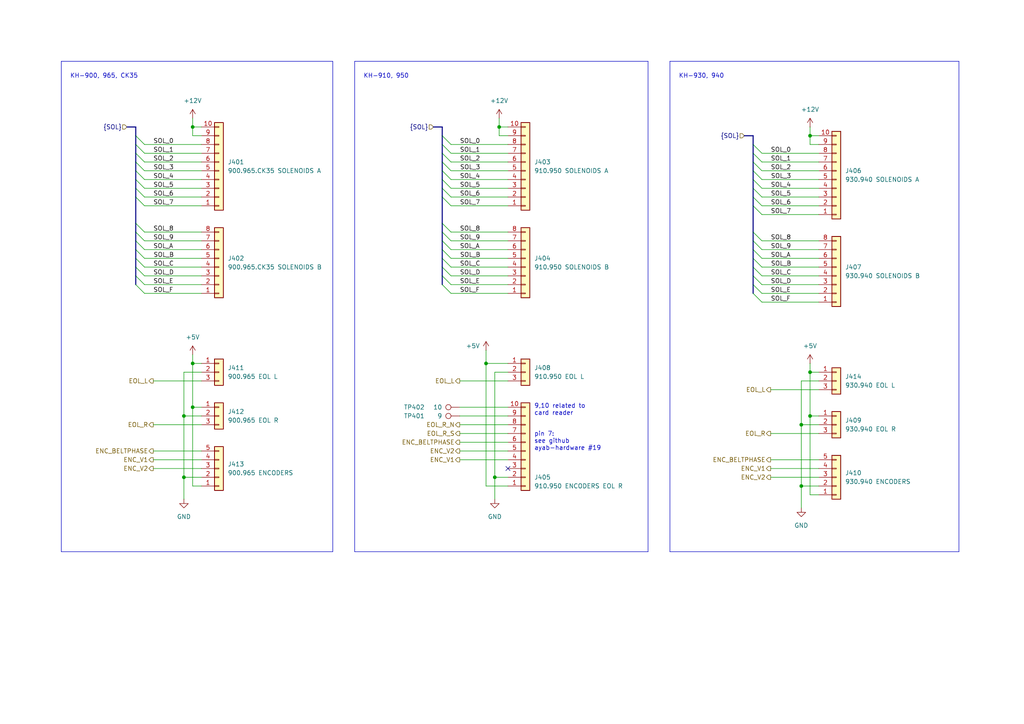
<source format=kicad_sch>
(kicad_sch (version 20250114) (generator "eeschema") (generator_version "9.0")
  (paper "A4")
  (title_block (title "CONNECTORS") (date "2023-07-17") (rev "0.1") (company "matei") (comment 1 "ayab-knitting.com") (comment 2 "distributed under CC-BY-SA-4.0"))
  (lib_symbols
    (symbol "ayab-lib:Conn_01x03" (pin_names (offset 1.016) (hide yes))
      (property "Reference" "J" (at 0 5.08 0))
      (property "Value" "Conn_01x03" (at 0 -5.08 0))
      (symbol "Conn_01x03_1_1"
        (rectangle (start -1.27 3.81) (end 1.27 -3.81) (stroke (width 0.254)) (fill (type background)))
        (rectangle (start -1.27 2.667) (end 0 2.413) (stroke (width 0.1524)))
        (rectangle (start -1.27 0.127) (end 0 -0.127) (stroke (width 0.1524)))
        (rectangle (start -1.27 -2.413) (end 0 -2.667) (stroke (width 0.1524)))
        (pin passive line (at -5.08 2.54 0) (length 3.81) (name "Pin_1") (number "1"))
        (pin passive line (at -5.08 0 0) (length 3.81) (name "Pin_2") (number "2"))
        (pin passive line (at -5.08 -2.54 0) (length 3.81) (name "Pin_3") (number "3"))
      )
    )
    (symbol "ayab-lib:Conn_01x05" (pin_names (offset 1.016) (hide yes))
      (property "Reference" "J" (at 0 7.62 0))
      (property "Value" "Conn_01x05" (at 0 -7.62 0))
      (symbol "Conn_01x05_1_1"
        (rectangle (start -1.27 6.35) (end 1.27 -6.35) (stroke (width 0.254)) (fill (type background)))
        (rectangle (start -1.27 5.207) (end 0 4.953) (stroke (width 0.1524)))
        (rectangle (start -1.27 2.667) (end 0 2.413) (stroke (width 0.1524)))
        (rectangle (start -1.27 0.127) (end 0 -0.127) (stroke (width 0.1524)))
        (rectangle (start -1.27 -2.413) (end 0 -2.667) (stroke (width 0.1524)))
        (rectangle (start -1.27 -4.953) (end 0 -5.207) (stroke (width 0.1524)))
        (pin passive line (at -5.08 5.08 0) (length 3.81) (name "Pin_1") (number "1"))
        (pin passive line (at -5.08 2.54 0) (length 3.81) (name "Pin_2") (number "2"))
        (pin passive line (at -5.08 0 0) (length 3.81) (name "Pin_3") (number "3"))
        (pin passive line (at -5.08 -2.54 0) (length 3.81) (name "Pin_4") (number "4"))
        (pin passive line (at -5.08 -5.08 0) (length 3.81) (name "Pin_5") (number "5"))
      )
    )
    (symbol "ayab-lib:Conn_01x08" (pin_names (offset 1.016) (hide yes))
      (property "Reference" "J" (at 0 10.16 0))
      (property "Value" "Conn_01x08" (at 0 -12.7 0))
      (symbol "Conn_01x08_1_1"
        (rectangle (start -1.27 8.89) (end 1.27 -11.43) (stroke (width 0.254)) (fill (type background)))
        (rectangle (start -1.27 7.747) (end 0 7.493) (stroke (width 0.1524)))
        (rectangle (start -1.27 5.207) (end 0 4.953) (stroke (width 0.1524)))
        (rectangle (start -1.27 2.667) (end 0 2.413) (stroke (width 0.1524)))
        (rectangle (start -1.27 0.127) (end 0 -0.127) (stroke (width 0.1524)))
        (rectangle (start -1.27 -2.413) (end 0 -2.667) (stroke (width 0.1524)))
        (rectangle (start -1.27 -4.953) (end 0 -5.207) (stroke (width 0.1524)))
        (rectangle (start -1.27 -7.493) (end 0 -7.747) (stroke (width 0.1524)))
        (rectangle (start -1.27 -10.033) (end 0 -10.287) (stroke (width 0.1524)))
        (pin passive line (at -5.08 7.62 0) (length 3.81) (name "Pin_1") (number "1"))
        (pin passive line (at -5.08 5.08 0) (length 3.81) (name "Pin_2") (number "2"))
        (pin passive line (at -5.08 2.54 0) (length 3.81) (name "Pin_3") (number "3"))
        (pin passive line (at -5.08 0 0) (length 3.81) (name "Pin_4") (number "4"))
        (pin passive line (at -5.08 -2.54 0) (length 3.81) (name "Pin_5") (number "5"))
        (pin passive line (at -5.08 -5.08 0) (length 3.81) (name "Pin_6") (number "6"))
        (pin passive line (at -5.08 -7.62 0) (length 3.81) (name "Pin_7") (number "7"))
        (pin passive line (at -5.08 -10.16 0) (length 3.81) (name "Pin_8") (number "8"))
      )
    )
    (symbol "ayab-lib:Conn_01x10" (pin_names (offset 1.016) (hide yes))
      (property "Reference" "J" (at 0 12.7 0))
      (property "Value" "Conn_01x10" (at 0 -15.24 0))
      (symbol "Conn_01x10_1_1"
        (rectangle (start -1.27 11.43) (end 1.27 -13.97) (stroke (width 0.254)) (fill (type background)))
        (rectangle (start -1.27 10.287) (end 0 10.033) (stroke (width 0.1524)))
        (rectangle (start -1.27 7.747) (end 0 7.493) (stroke (width 0.1524)))
        (rectangle (start -1.27 5.207) (end 0 4.953) (stroke (width 0.1524)))
        (rectangle (start -1.27 2.667) (end 0 2.413) (stroke (width 0.1524)))
        (rectangle (start -1.27 0.127) (end 0 -0.127) (stroke (width 0.1524)))
        (rectangle (start -1.27 -2.413) (end 0 -2.667) (stroke (width 0.1524)))
        (rectangle (start -1.27 -4.953) (end 0 -5.207) (stroke (width 0.1524)))
        (rectangle (start -1.27 -7.493) (end 0 -7.747) (stroke (width 0.1524)))
        (rectangle (start -1.27 -10.033) (end 0 -10.287) (stroke (width 0.1524)))
        (rectangle (start -1.27 -12.573) (end 0 -12.827) (stroke (width 0.1524)))
        (pin passive line (at -5.08 10.16 0) (length 3.81) (name "Pin_1") (number "1"))
        (pin passive line (at -5.08 7.62 0) (length 3.81) (name "Pin_2") (number "2"))
        (pin passive line (at -5.08 5.08 0) (length 3.81) (name "Pin_3") (number "3"))
        (pin passive line (at -5.08 2.54 0) (length 3.81) (name "Pin_4") (number "4"))
        (pin passive line (at -5.08 0 0) (length 3.81) (name "Pin_5") (number "5"))
        (pin passive line (at -5.08 -2.54 0) (length 3.81) (name "Pin_6") (number "6"))
        (pin passive line (at -5.08 -5.08 0) (length 3.81) (name "Pin_7") (number "7"))
        (pin passive line (at -5.08 -7.62 0) (length 3.81) (name "Pin_8") (number "8"))
        (pin passive line (at -5.08 -10.16 0) (length 3.81) (name "Pin_9") (number "9"))
        (pin passive line (at -5.08 -12.7 0) (length 3.81) (name "Pin_10") (number "10"))
      )
    )
    (symbol "ayab-lib:TestPoint" (pin_numbers (hide yes)) (pin_names (offset 0.762) (hide yes))
      (property "Reference" "TP" (at 0 6.858 0))
      (property "Value" "TestPoint" (at 0 5.08 0))
      (symbol "TestPoint_0_1"
        (circle (center 0 3.302) (radius 0.762))
      )
      (symbol "TestPoint_1_1"
        (pin passive line (at 0 0 90) (length 2.54) (name "1") (number "1"))
      )
    )
    (symbol "power:+12V" (power) (pin_numbers (hide yes)) (pin_names (offset 0) (hide yes))
      (property "Value" "+12V" (at 0 3.556 0))
      (symbol "+12V_0_1"
        (polyline (pts (xy -0.762 1.27) (xy 0 2.54)))
        (polyline (pts (xy 0 2.54) (xy 0.762 1.27)))
        (polyline (pts (xy 0 0) (xy 0 2.54)))
      )
      (symbol "+12V_1_1"
        (pin power_in line (at 0 0 90) (length 0) (name "~") (number "1"))
      )
    )
    (symbol "power:+5V" (power) (pin_numbers (hide yes)) (pin_names (offset 0) (hide yes))
      (property "Value" "+5V" (at 0 3.556 0))
      (symbol "+5V_0_1"
        (polyline (pts (xy -0.762 1.27) (xy 0 2.54)))
        (polyline (pts (xy 0 2.54) (xy 0.762 1.27)))
        (polyline (pts (xy 0 0) (xy 0 2.54)))
      )
      (symbol "+5V_1_1"
        (pin power_in line (at 0 0 90) (length 0) (name "~") (number "1"))
      )
    )
    (symbol "power:GND" (power) (pin_numbers (hide yes)) (pin_names (offset 0) (hide yes))
      (property "Value" "GND" (at 0 -3.81 0))
      (symbol "GND_0_1"
        (polyline (pts (xy 0 0) (xy 0 -1.27) (xy 1.27 -1.27) (xy 0 -2.54) (xy -1.27 -1.27) (xy 0 -1.27)))
      )
      (symbol "GND_1_1"
        (pin power_in line (at 0 0 270) (length 0) (name "~") (number "1"))
      )
    )
  )
  (text "KH-910, 950" (at 105.41 22.86 0) (effects (font (size 1.27 1.27)) (justify left bottom)))
  (text "9,10 related to\ncard reader " (at 154.94 120.65 0) (effects (font (size 1.27 1.27)) (justify left bottom)))
  (text "KH-930, 940" (at 196.85 22.86 0) (effects (font (size 1.27 1.27)) (justify left bottom)))
  (text "pin 7:\nsee github\nayab-hardware #19" (at 154.94 130.81 0) (effects (font (size 1.27 1.27)) (justify left bottom)))
  (text "KH-900, 965, CK35\n" (at 20.32 22.86 0) (effects (font (size 1.27 1.27)) (justify left bottom)))
  (junction (at 234.95 107.95))
  (junction (at 140.97 105.41))
  (junction (at 55.88 105.41))
  (junction (at 143.51 138.43))
  (junction (at 232.41 123.19))
  (junction (at 234.95 120.65))
  (junction (at 53.34 120.65))
  (junction (at 55.88 118.11))
  (junction (at 234.95 39.37))
  (junction (at 53.34 138.43))
  (junction (at 144.78 36.83))
  (junction (at 55.88 36.83))
  (junction (at 232.41 140.97))
  (no_connect (at 147.32 135.89))
  (bus_entry (at 218.44 46.99) (size 2.54 2.54))
  (bus_entry (at 39.37 46.99) (size 2.54 2.54))
  (bus_entry (at 218.44 41.91) (size 2.54 2.54))
  (bus_entry (at 128.27 77.47) (size 2.54 2.54))
  (bus_entry (at 128.27 72.39) (size 2.54 2.54))
  (bus_entry (at 218.44 57.15) (size 2.54 2.54))
  (bus_entry (at 218.44 82.55) (size 2.54 2.54))
  (bus_entry (at 128.27 52.07) (size 2.54 2.54))
  (bus_entry (at 128.27 49.53) (size 2.54 2.54))
  (bus_entry (at 39.37 74.93) (size 2.54 2.54))
  (bus_entry (at 128.27 39.37) (size 2.54 2.54))
  (bus_entry (at 128.27 82.55) (size 2.54 2.54))
  (bus_entry (at 128.27 54.61) (size 2.54 2.54))
  (bus_entry (at 39.37 54.61) (size 2.54 2.54))
  (bus_entry (at 39.37 44.45) (size 2.54 2.54))
  (bus_entry (at 39.37 80.01) (size 2.54 2.54))
  (bus_entry (at 128.27 69.85) (size 2.54 2.54))
  (bus_entry (at 218.44 72.39) (size 2.54 2.54))
  (bus_entry (at 218.44 59.69) (size 2.54 2.54))
  (bus_entry (at 39.37 49.53) (size 2.54 2.54))
  (bus_entry (at 39.37 41.91) (size 2.54 2.54))
  (bus_entry (at 39.37 72.39) (size 2.54 2.54))
  (bus_entry (at 39.37 57.15) (size 2.54 2.54))
  (bus_entry (at 128.27 74.93) (size 2.54 2.54))
  (bus_entry (at 128.27 80.01) (size 2.54 2.54))
  (bus_entry (at 128.27 46.99) (size 2.54 2.54))
  (bus_entry (at 218.44 85.09) (size 2.54 2.54))
  (bus_entry (at 39.37 64.77) (size 2.54 2.54))
  (bus_entry (at 39.37 52.07) (size 2.54 2.54))
  (bus_entry (at 39.37 77.47) (size 2.54 2.54))
  (bus_entry (at 218.44 52.07) (size 2.54 2.54))
  (bus_entry (at 218.44 67.31) (size 2.54 2.54))
  (bus_entry (at 218.44 54.61) (size 2.54 2.54))
  (bus_entry (at 128.27 41.91) (size 2.54 2.54))
  (bus_entry (at 218.44 77.47) (size 2.54 2.54))
  (bus_entry (at 128.27 44.45) (size 2.54 2.54))
  (bus_entry (at 218.44 44.45) (size 2.54 2.54))
  (bus_entry (at 39.37 39.37) (size 2.54 2.54))
  (bus_entry (at 128.27 64.77) (size 2.54 2.54))
  (bus_entry (at 39.37 69.85) (size 2.54 2.54))
  (bus_entry (at 218.44 49.53) (size 2.54 2.54))
  (bus_entry (at 128.27 67.31) (size 2.54 2.54))
  (bus_entry (at 218.44 69.85) (size 2.54 2.54))
  (bus_entry (at 218.44 74.93) (size 2.54 2.54))
  (bus_entry (at 39.37 82.55) (size 2.54 2.54))
  (bus_entry (at 128.27 57.15) (size 2.54 2.54))
  (bus_entry (at 218.44 80.01) (size 2.54 2.54))
  (bus_entry (at 39.37 67.31) (size 2.54 2.54))
  (wire (pts (xy 133.35 128.27) (xy 147.32 128.27)))
  (wire (pts (xy 130.81 44.45) (xy 147.32 44.45)))
  (wire (pts (xy 234.95 107.95) (xy 234.95 120.65)))
  (bus (pts (xy 218.44 82.55) (xy 218.44 85.09)))
  (wire (pts (xy 143.51 138.43) (xy 147.32 138.43)))
  (wire (pts (xy 133.35 130.81) (xy 147.32 130.81)))
  (wire (pts (xy 234.95 107.95) (xy 237.49 107.95)))
  (wire (pts (xy 143.51 138.43) (xy 143.51 144.78)))
  (polyline (pts (xy 17.78 17.78) (xy 17.78 160.02)))
  (wire (pts (xy 144.78 36.83) (xy 144.78 39.37)))
  (wire (pts (xy 55.88 105.41) (xy 55.88 118.11)))
  (wire (pts (xy 55.88 39.37) (xy 58.42 39.37)))
  (bus (pts (xy 39.37 36.83) (xy 36.83 36.83)))
  (wire (pts (xy 130.81 57.15) (xy 147.32 57.15)))
  (bus (pts (xy 39.37 39.37) (xy 39.37 41.91)))
  (wire (pts (xy 130.81 41.91) (xy 147.32 41.91)))
  (wire (pts (xy 130.81 59.69) (xy 147.32 59.69)))
  (wire (pts (xy 41.91 44.45) (xy 58.42 44.45)))
  (bus (pts (xy 128.27 80.01) (xy 128.27 82.55)))
  (wire (pts (xy 130.81 46.99) (xy 147.32 46.99)))
  (wire (pts (xy 130.81 74.93) (xy 147.32 74.93)))
  (bus (pts (xy 218.44 39.37) (xy 218.44 41.91)))
  (wire (pts (xy 220.98 49.53) (xy 237.49 49.53)))
  (bus (pts (xy 128.27 77.47) (xy 128.27 80.01)))
  (bus (pts (xy 39.37 36.83) (xy 39.37 39.37)))
  (polyline (pts (xy 96.52 160.02) (xy 96.52 17.78)))
  (wire (pts (xy 41.91 41.91) (xy 58.42 41.91)))
  (bus (pts (xy 39.37 64.77) (xy 39.37 67.31)))
  (wire (pts (xy 232.41 110.49) (xy 232.41 123.19)))
  (bus (pts (xy 218.44 69.85) (xy 218.44 72.39)))
  (wire (pts (xy 44.45 123.19) (xy 58.42 123.19)))
  (bus (pts (xy 39.37 41.91) (xy 39.37 44.45)))
  (bus (pts (xy 128.27 46.99) (xy 128.27 49.53)))
  (wire (pts (xy 234.95 39.37) (xy 234.95 41.91)))
  (wire (pts (xy 220.98 52.07) (xy 237.49 52.07)))
  (wire (pts (xy 147.32 107.95) (xy 143.51 107.95)))
  (bus (pts (xy 218.44 39.37) (xy 215.9 39.37)))
  (wire (pts (xy 41.91 46.99) (xy 58.42 46.99)))
  (wire (pts (xy 41.91 49.53) (xy 58.42 49.53)))
  (wire (pts (xy 234.95 36.83) (xy 234.95 39.37)))
  (wire (pts (xy 220.98 80.01) (xy 237.49 80.01)))
  (wire (pts (xy 55.88 36.83) (xy 58.42 36.83)))
  (wire (pts (xy 237.49 110.49) (xy 232.41 110.49)))
  (wire (pts (xy 220.98 82.55) (xy 237.49 82.55)))
  (wire (pts (xy 41.91 67.31) (xy 58.42 67.31)))
  (wire (pts (xy 44.45 110.49) (xy 58.42 110.49)))
  (bus (pts (xy 218.44 46.99) (xy 218.44 49.53)))
  (polyline (pts (xy 187.96 160.02) (xy 187.96 17.78)))
  (wire (pts (xy 58.42 107.95) (xy 53.34 107.95)))
  (wire (pts (xy 53.34 120.65) (xy 53.34 138.43)))
  (bus (pts (xy 39.37 69.85) (xy 39.37 72.39)))
  (wire (pts (xy 130.81 85.09) (xy 147.32 85.09)))
  (wire (pts (xy 220.98 69.85) (xy 237.49 69.85)))
  (wire (pts (xy 41.91 69.85) (xy 58.42 69.85)))
  (wire (pts (xy 223.52 138.43) (xy 237.49 138.43)))
  (bus (pts (xy 218.44 54.61) (xy 218.44 57.15)))
  (wire (pts (xy 144.78 39.37) (xy 147.32 39.37)))
  (wire (pts (xy 41.91 52.07) (xy 58.42 52.07)))
  (polyline (pts (xy 17.78 160.02) (xy 96.52 160.02)))
  (wire (pts (xy 130.81 54.61) (xy 147.32 54.61)))
  (bus (pts (xy 218.44 44.45) (xy 218.44 46.99)))
  (wire (pts (xy 44.45 135.89) (xy 58.42 135.89)))
  (bus (pts (xy 39.37 57.15) (xy 39.37 64.77)))
  (wire (pts (xy 234.95 105.41) (xy 234.95 107.95)))
  (bus (pts (xy 128.27 36.83) (xy 128.27 39.37)))
  (wire (pts (xy 232.41 123.19) (xy 237.49 123.19)))
  (wire (pts (xy 144.78 34.29) (xy 144.78 36.83)))
  (wire (pts (xy 55.88 140.97) (xy 55.88 118.11)))
  (polyline (pts (xy 102.87 17.78) (xy 187.96 17.78)))
  (wire (pts (xy 58.42 140.97) (xy 55.88 140.97)))
  (wire (pts (xy 133.35 110.49) (xy 147.32 110.49)))
  (wire (pts (xy 237.49 143.51) (xy 234.95 143.51)))
  (wire (pts (xy 133.35 123.19) (xy 147.32 123.19)))
  (bus (pts (xy 128.27 54.61) (xy 128.27 57.15)))
  (wire (pts (xy 220.98 46.99) (xy 237.49 46.99)))
  (polyline (pts (xy 194.31 17.78) (xy 194.31 160.02)))
  (wire (pts (xy 55.88 34.29) (xy 55.88 36.83)))
  (bus (pts (xy 128.27 49.53) (xy 128.27 52.07)))
  (polyline (pts (xy 278.13 160.02) (xy 278.13 17.78)))
  (wire (pts (xy 220.98 77.47) (xy 237.49 77.47)))
  (wire (pts (xy 130.81 77.47) (xy 147.32 77.47)))
  (wire (pts (xy 220.98 85.09) (xy 237.49 85.09)))
  (bus (pts (xy 128.27 39.37) (xy 128.27 41.91)))
  (wire (pts (xy 53.34 107.95) (xy 53.34 120.65)))
  (wire (pts (xy 130.81 82.55) (xy 147.32 82.55)))
  (wire (pts (xy 140.97 101.6) (xy 140.97 105.41)))
  (wire (pts (xy 223.52 125.73) (xy 237.49 125.73)))
  (wire (pts (xy 220.98 54.61) (xy 237.49 54.61)))
  (wire (pts (xy 220.98 44.45) (xy 237.49 44.45)))
  (wire (pts (xy 140.97 105.41) (xy 147.32 105.41)))
  (wire (pts (xy 41.91 59.69) (xy 58.42 59.69)))
  (polyline (pts (xy 102.87 17.78) (xy 102.87 160.02)))
  (bus (pts (xy 128.27 72.39) (xy 128.27 74.93)))
  (wire (pts (xy 53.34 120.65) (xy 58.42 120.65)))
  (bus (pts (xy 128.27 67.31) (xy 128.27 69.85)))
  (bus (pts (xy 128.27 64.77) (xy 128.27 67.31)))
  (wire (pts (xy 220.98 87.63) (xy 237.49 87.63)))
  (bus (pts (xy 39.37 52.07) (xy 39.37 54.61)))
  (polyline (pts (xy 17.78 17.78) (xy 96.52 17.78)))
  (bus (pts (xy 39.37 77.47) (xy 39.37 80.01)))
  (bus (pts (xy 218.44 67.31) (xy 218.44 69.85)))
  (wire (pts (xy 130.81 49.53) (xy 147.32 49.53)))
  (wire (pts (xy 53.34 138.43) (xy 53.34 144.78)))
  (bus (pts (xy 39.37 54.61) (xy 39.37 57.15)))
  (wire (pts (xy 223.52 133.35) (xy 237.49 133.35)))
  (bus (pts (xy 218.44 57.15) (xy 218.44 59.69)))
  (wire (pts (xy 41.91 85.09) (xy 58.42 85.09)))
  (polyline (pts (xy 102.87 160.02) (xy 187.96 160.02)))
  (wire (pts (xy 55.88 36.83) (xy 55.88 39.37)))
  (wire (pts (xy 232.41 140.97) (xy 237.49 140.97)))
  (bus (pts (xy 128.27 74.93) (xy 128.27 77.47)))
  (wire (pts (xy 133.35 133.35) (xy 147.32 133.35)))
  (bus (pts (xy 39.37 72.39) (xy 39.37 74.93)))
  (wire (pts (xy 130.81 80.01) (xy 147.32 80.01)))
  (wire (pts (xy 234.95 39.37) (xy 237.49 39.37)))
  (wire (pts (xy 130.81 52.07) (xy 147.32 52.07)))
  (bus (pts (xy 128.27 57.15) (xy 128.27 64.77)))
  (wire (pts (xy 41.91 74.93) (xy 58.42 74.93)))
  (wire (pts (xy 140.97 140.97) (xy 147.32 140.97)))
  (wire (pts (xy 223.52 113.03) (xy 237.49 113.03)))
  (bus (pts (xy 128.27 36.83) (xy 125.73 36.83)))
  (bus (pts (xy 128.27 41.91) (xy 128.27 44.45)))
  (bus (pts (xy 218.44 52.07) (xy 218.44 54.61)))
  (wire (pts (xy 133.35 125.73) (xy 147.32 125.73)))
  (wire (pts (xy 147.32 120.65) (xy 133.35 120.65)))
  (wire (pts (xy 41.91 54.61) (xy 58.42 54.61)))
  (polyline (pts (xy 194.31 17.78) (xy 278.13 17.78)))
  (polyline (pts (xy 194.31 160.02) (xy 278.13 160.02)))
  (wire (pts (xy 41.91 82.55) (xy 58.42 82.55)))
  (bus (pts (xy 39.37 74.93) (xy 39.37 77.47)))
  (wire (pts (xy 44.45 130.81) (xy 58.42 130.81)))
  (wire (pts (xy 234.95 143.51) (xy 234.95 120.65)))
  (wire (pts (xy 41.91 57.15) (xy 58.42 57.15)))
  (wire (pts (xy 55.88 102.87) (xy 55.88 105.41)))
  (bus (pts (xy 39.37 49.53) (xy 39.37 52.07)))
  (wire (pts (xy 220.98 74.93) (xy 237.49 74.93)))
  (bus (pts (xy 218.44 80.01) (xy 218.44 82.55)))
  (wire (pts (xy 234.95 120.65) (xy 237.49 120.65)))
  (wire (pts (xy 140.97 105.41) (xy 140.97 140.97)))
  (wire (pts (xy 147.32 118.11) (xy 133.35 118.11)))
  (wire (pts (xy 143.51 107.95) (xy 143.51 138.43)))
  (wire (pts (xy 41.91 77.47) (xy 58.42 77.47)))
  (wire (pts (xy 223.52 135.89) (xy 237.49 135.89)))
  (wire (pts (xy 41.91 72.39) (xy 58.42 72.39)))
  (bus (pts (xy 39.37 67.31) (xy 39.37 69.85)))
  (wire (pts (xy 220.98 57.15) (xy 237.49 57.15)))
  (wire (pts (xy 55.88 105.41) (xy 58.42 105.41)))
  (bus (pts (xy 218.44 77.47) (xy 218.44 80.01)))
  (bus (pts (xy 39.37 46.99) (xy 39.37 49.53)))
  (wire (pts (xy 53.34 138.43) (xy 58.42 138.43)))
  (wire (pts (xy 144.78 36.83) (xy 147.32 36.83)))
  (wire (pts (xy 44.45 133.35) (xy 58.42 133.35)))
  (bus (pts (xy 128.27 52.07) (xy 128.27 54.61)))
  (bus (pts (xy 128.27 44.45) (xy 128.27 46.99)))
  (wire (pts (xy 220.98 72.39) (xy 237.49 72.39)))
  (bus (pts (xy 218.44 72.39) (xy 218.44 74.93)))
  (wire (pts (xy 130.81 72.39) (xy 147.32 72.39)))
  (wire (pts (xy 232.41 123.19) (xy 232.41 140.97)))
  (bus (pts (xy 218.44 41.91) (xy 218.44 44.45)))
  (bus (pts (xy 39.37 44.45) (xy 39.37 46.99)))
  (wire (pts (xy 232.41 140.97) (xy 232.41 147.32)))
  (wire (pts (xy 234.95 41.91) (xy 237.49 41.91)))
  (wire (pts (xy 41.91 80.01) (xy 58.42 80.01)))
  (bus (pts (xy 218.44 74.93) (xy 218.44 77.47)))
  (wire (pts (xy 55.88 118.11) (xy 58.42 118.11)))
  (wire (pts (xy 220.98 59.69) (xy 237.49 59.69)))
  (bus (pts (xy 218.44 59.69) (xy 218.44 67.31)))
  (wire (pts (xy 220.98 62.23) (xy 237.49 62.23)))
  (bus (pts (xy 218.44 49.53) (xy 218.44 52.07)))
  (wire (pts (xy 130.81 69.85) (xy 147.32 69.85)))
  (bus (pts (xy 128.27 69.85) (xy 128.27 72.39)))
  (wire (pts (xy 130.81 67.31) (xy 147.32 67.31)))
  (bus (pts (xy 39.37 80.01) (xy 39.37 82.55)))
  (label "SOL_F" (at 133.35 85.09 0))
  (label "SOL_1" (at 44.45 44.45 0))
  (label "SOL_9" (at 223.52 72.39 0))
  (label "SOL_E" (at 133.35 82.55 0))
  (label "SOL_D" (at 44.45 80.01 0))
  (label "SOL_0" (at 223.52 44.45 0))
  (label "SOL_4" (at 223.52 54.61 0))
  (label "SOL_6" (at 223.52 59.69 0))
  (label "SOL_A" (at 133.35 72.39 0))
  (label "SOL_3" (at 223.5562 52.07 0))
  (label "SOL_F" (at 223.52 87.63 0))
  (label "SOL_5" (at 133.35 54.61 0))
  (label "SOL_C" (at 133.35 77.47 0))
  (label "SOL_7" (at 133.35 59.69 0))
  (label "SOL_9" (at 44.45 69.85 0))
  (label "SOL_8" (at 223.52 69.85 0))
  (label "SOL_4" (at 133.35 52.07 0))
  (label "SOL_3" (at 133.3862 49.53 0))
  (label "SOL_6" (at 133.35 57.15 0))
  (label "SOL_2" (at 133.35 46.99 0))
  (label "SOL_C" (at 223.52 80.01 0))
  (label "SOL_4" (at 44.45 52.07 0))
  (label "SOL_D" (at 133.35 80.01 0))
  (label "SOL_1" (at 133.35 44.45 0))
  (label "SOL_6" (at 44.45 57.15 0))
  (label "SOL_8" (at 133.35 67.31 0))
  (label "SOL_E" (at 223.52 85.09 0))
  (label "SOL_E" (at 44.45 82.55 0))
  (label "SOL_C" (at 44.45 77.47 0))
  (label "SOL_2" (at 223.52 49.53 0))
  (label "SOL_7" (at 44.45 59.69 0))
  (label "SOL_5" (at 223.52 57.15 0))
  (label "SOL_0" (at 44.45 41.91 0))
  (label "SOL_F" (at 44.45 85.09 0))
  (label "SOL_1" (at 223.52 46.99 0))
  (label "SOL_3" (at 44.4862 49.53 0))
  (label "SOL_B" (at 133.3862 74.93 0))
  (label "SOL_B" (at 223.5562 77.47 0))
  (label "SOL_A" (at 223.52 74.93 0))
  (label "SOL_A" (at 44.45 72.39 0))
  (label "SOL_2" (at 44.45 46.99 0))
  (label "SOL_8" (at 44.45 67.31 0))
  (label "SOL_7" (at 223.52 62.23 0))
  (label "SOL_9" (at 133.35 69.85 0))
  (label "SOL_0" (at 133.35 41.91 0))
  (label "SOL_5" (at 44.45 54.61 0))
  (label "SOL_D" (at 223.52 82.55 0))
  (label "SOL_B" (at 44.4862 74.93 0))
  (hierarchical_label "EOL_L" (shape output) (at 133.35 110.49 180))
  (hierarchical_label "EOL_L" (shape output) (at 223.52 113.03 180))
  (hierarchical_label "{SOL}" (shape input) (at 36.83 36.83 180))
  (hierarchical_label "EOL_R_N" (shape output) (at 133.35 123.19 180))
  (hierarchical_label "EOL_R" (shape output) (at 44.45 123.19 180))
  (hierarchical_label "ENC_V2" (shape output) (at 44.45 135.89 180))
  (hierarchical_label "ENC_V2" (shape output) (at 223.52 138.43 180))
  (hierarchical_label "ENC_BELTPHASE" (shape output) (at 133.35 128.27 180))
  (hierarchical_label "ENC_BELTPHASE" (shape output) (at 44.45 130.81 180))
  (hierarchical_label "{SOL}" (shape input) (at 215.9 39.37 180))
  (hierarchical_label "EOL_L" (shape output) (at 44.45 110.49 180))
  (hierarchical_label "ENC_V1" (shape output) (at 223.52 135.89 180))
  (hierarchical_label "EOL_R_S" (shape output) (at 133.35 125.73 180))
  (hierarchical_label "ENC_V1" (shape output) (at 133.35 133.35 180))
  (hierarchical_label "{SOL}" (shape input) (at 125.73 36.83 180))
  (hierarchical_label "EOL_R" (shape output) (at 223.52 125.73 180))
  (hierarchical_label "ENC_V2" (shape output) (at 133.35 130.81 180))
  (hierarchical_label "ENC_BELTPHASE" (shape output) (at 223.52 133.35 180))
  (hierarchical_label "ENC_V1" (shape output) (at 44.45 133.35 180))
  (symbol (lib_id "power:+5V") (at 55.88 102.87 0) (unit 1)
    (property "Reference" "#PWR0409" (effects (hide yes)))
    (property "Value" "+5V" (at 55.88 97.79 0))
    (property "Description" "Power symbol creates a global label with name \"+5V\"" (effects (hide yes)))
  )
  (symbol (lib_id "ayab-lib:Conn_01x03") (at 242.57 110.49 0) (unit 1)
    (property "Reference" "J414" (at 245.11 109.22 0) (effects (justify left)))
    (property "Value" "930.940 EOL L" (at 245.11 111.76 0) (effects (justify left)))
    (property "Footprint" "Library:CONN-TH_3P-P2.50_X2564WV-03-N0SN" (effects (hide yes)))
    (property "OEM PN" "X2564WV-03-N0SN" (effects (hide yes)))
    (property "OEM" "XKB Connectivity" (effects (hide yes)))
    (property "LCSC ID" "C397419" (effects (hide yes)))
    (property "Mouser PN" "538-22-03-5035 " (effects (hide yes)))
  )
  (symbol (lib_id "power:+5V") (at 234.95 105.41 0) (unit 1)
    (property "Reference" "#PWR0407" (effects (hide yes)))
    (property "Value" "+5V" (at 234.95 100.33 0))
    (property "Description" "Power symbol creates a global label with name \"+5V\"" (effects (hide yes)))
  )
  (symbol (lib_id "ayab-lib:Conn_01x05") (at 63.5 135.89 0) (mirror x) (unit 1)
    (property "Reference" "J413" (at 66.04 134.62 0) (effects (justify left)))
    (property "Value" "900.965 ENCODERS" (at 66.04 137.16 0) (effects (justify left)))
    (property "Footprint" "Library:530140510" (effects (hide yes)))
    (property "OEM PN" "A2004WV-5P" (effects (hide yes)))
    (property "OEM" "CJT(Changjiang Connectors)" (effects (hide yes)))
    (property "LCSC ID" "C225243" (effects (hide yes)))
    (property "Mouser PN" "538-53014-0510 " (effects (hide yes)))
  )
  (symbol (lib_id "ayab-lib:Conn_01x03") (at 63.5 107.95 0) (unit 1)
    (property "Reference" "J411" (at 66.04 106.68 0) (effects (justify left)))
    (property "Value" "900.965 EOL L" (at 66.04 109.22 0) (effects (justify left)))
    (property "Footprint" "Library:CONN-TH_3P-P2.00_A2004WV-3P" (effects (hide yes)))
    (property "OEM PN" "A2004WV-3P" (effects (hide yes)))
    (property "OEM" "CJT(Changjiang Connectors)" (effects (hide yes)))
    (property "LCSC ID" "C225241" (effects (hide yes)))
    (property "Mouser PN" "538-53014-0310 " (effects (hide yes)))
  )
  (symbol (lib_id "ayab-lib:TestPoint") (at 133.35 118.11 90) (unit 1) (in_bom no)
    (property "Reference" "TP402" (at 123.19 118.11 90) (effects (justify left)))
    (property "Value" "10" (at 128.27 118.11 90) (effects (justify left)))
    (property "Footprint" "TestPoint:TestPoint_Pad_D1.0mm" (effects (hide yes)))
  )
  (symbol (lib_id "ayab-lib:Conn_01x03") (at 152.4 107.95 0) (unit 1)
    (property "Reference" "J408" (at 154.94 106.68 0) (effects (justify left)))
    (property "Value" "910.950 EOL L" (at 154.94 109.22 0) (effects (justify left)))
    (property "Footprint" "Library:HNC2-2.5P-3DS" (effects (hide yes)))
    (property "OEM PN" "HNC2-2.5P-3DS(02)	" (effects (hide yes)))
    (property "OEM" "Hirose" (effects (hide yes)))
    (property "Mouser PN" "798-HNC2-2.5P-3DS55 " (effects (hide yes)))
  )
  (symbol (lib_id "ayab-lib:Conn_01x08") (at 152.4 77.47 0) (mirror x) (unit 1)
    (property "Reference" "J404" (at 154.94 74.93 0) (effects (justify left)))
    (property "Value" "910.950 SOLENOIDS B" (at 154.94 77.47 0) (effects (justify left)))
    (property "Footprint" "Library:HNC2-2.5P-8DS" (effects (hide yes)))
    (property "OEM PN" "HNC2-2.5P-8DS(02)" (effects (hide yes)))
    (property "OEM" "Hirose" (effects (hide yes)))
    (property "Mouser PN" "798-HNC2-2.5P-8DS55 " (effects (hide yes)))
  )
  (symbol (lib_id "power:+12V") (at 144.78 34.29 0) (unit 1)
    (property "Reference" "#PWR0404" (effects (hide yes)))
    (property "Value" "+12V" (at 144.78 29.21 0))
    (property "Description" "Power symbol creates a global label with name \"+12V\"" (effects (hide yes)))
  )
  (symbol (lib_id "ayab-lib:Conn_01x10") (at 242.57 52.07 0) (mirror x) (unit 1)
    (property "Reference" "J406" (at 245.11 49.53 0) (effects (justify left)))
    (property "Value" "930.940 SOLENOIDS A" (at 245.11 52.07 0) (effects (justify left)))
    (property "Footprint" "Library:SHDR10W70P0X250_1X10_2740X490X590P" (effects (hide yes)))
    (property "OEM PN" "A2506WV-10P" (effects (hide yes)))
    (property "OEM" "HR(Joint Tech Elec)" (effects (hide yes)))
    (property "Mouser PN" "538-22-03-5105 " (effects (hide yes)))
  )
  (symbol (lib_id "power:GND") (at 53.34 144.78 0) (unit 1)
    (property "Reference" "#PWR0408" (effects (hide yes)))
    (property "Value" "GND" (at 53.34 149.86 0))
    (property "Description" "Power symbol creates a global label with name \"GND\" , ground" (effects (hide yes)))
  )
  (symbol (lib_id "ayab-lib:TestPoint") (at 133.35 120.65 90) (unit 1) (in_bom no)
    (property "Reference" "TP401" (at 123.19 120.65 90) (effects (justify left)))
    (property "Value" "9" (at 128.27 120.65 90) (effects (justify left)))
    (property "Footprint" "TestPoint:TestPoint_Pad_D1.0mm" (effects (hide yes)))
  )
  (symbol (lib_id "power:+12V") (at 234.95 36.83 0) (unit 1)
    (property "Reference" "#PWR0406" (effects (hide yes)))
    (property "Value" "+12V" (at 234.95 31.75 0))
    (property "Description" "Power symbol creates a global label with name \"+12V\"" (effects (hide yes)))
  )
  (symbol (lib_id "ayab-lib:Conn_01x10") (at 152.4 49.53 0) (mirror x) (unit 1)
    (property "Reference" "J403" (at 154.94 46.99 0) (effects (justify left)))
    (property "Value" "910.950 SOLENOIDS A" (at 154.94 49.53 0) (effects (justify left)))
    (property "Footprint" "Library:HNC2-2.5P-10DS" (effects (hide yes)))
    (property "OEM PN" "HNC2-2.5P-10DS(02)" (effects (hide yes)))
    (property "OEM" "Hirose" (effects (hide yes)))
    (property "Mouser PN" "798-HNC22.5P10DS55 " (effects (hide yes)))
  )
  (symbol (lib_id "ayab-lib:Conn_01x08") (at 63.5 77.47 0) (mirror x) (unit 1)
    (property "Reference" "J402" (at 66.04 74.93 0) (effects (justify left)))
    (property "Value" "900.965.CK35 SOLENOIDS B" (at 66.04 77.47 0) (effects (justify left)))
    (property "Footprint" "Library:530140810" (effects (hide yes)))
    (property "OEM PN" "A2004WV-8P" (effects (hide yes)))
    (property "OEM" "CJT(Changjiang Connectors)" (effects (hide yes)))
    (property "LCSC ID" "C225246" (effects (hide yes)))
    (property "Mouser PN" "538-53014-0810 " (effects (hide yes)))
  )
  (symbol (lib_id "power:+12V") (at 55.88 34.29 0) (unit 1)
    (property "Reference" "#PWR0401" (effects (hide yes)))
    (property "Value" "+12V" (at 55.88 29.21 0))
    (property "Description" "Power symbol creates a global label with name \"+12V\"" (effects (hide yes)))
  )
  (symbol (lib_id "ayab-lib:Conn_01x08") (at 242.57 80.01 0) (mirror x) (unit 1)
    (property "Reference" "J407" (at 245.11 77.47 0) (effects (justify left)))
    (property "Value" "930.940 SOLENOIDS B" (at 245.11 80.01 0) (effects (justify left)))
    (property "Footprint" "Library:SHDR8W65P0X250_1X8_2240X490X610P" (effects (hide yes)))
    (property "OEM PN" "A2506WV-08P" (effects (hide yes)))
    (property "OEM" "HR(Joint Tech Elec)" (effects (hide yes)))
    (property "LCSC ID" "C476906" (effects (hide yes)))
    (property "Mouser PN" "538-22-03-5085 " (effects (hide yes)))
  )
  (symbol (lib_id "power:GND") (at 143.51 144.78 0) (unit 1)
    (property "Reference" "#PWR0403" (effects (hide yes)))
    (property "Value" "GND" (at 143.51 149.86 0))
    (property "Description" "Power symbol creates a global label with name \"GND\" , ground" (effects (hide yes)))
  )
  (symbol (lib_id "ayab-lib:Conn_01x10") (at 152.4 130.81 0) (mirror x) (unit 1)
    (property "Reference" "J405" (at 154.94 138.43 0) (effects (justify left)))
    (property "Value" "910.950 ENCODERS EOL R" (at 154.94 140.97 0) (effects (justify left)))
    (property "Footprint" "Library:HNC2-2.5P-10DS" (effects (hide yes)))
    (property "OEM PN" "HNC2-2.5P-10DS(02)" (effects (hide yes)))
    (property "OEM" "Hirose" (effects (hide yes)))
    (property "Mouser PN" "798-HNC22.5P10DS55 " (effects (hide yes)))
  )
  (symbol (lib_id "power:+5V") (at 140.97 101.6 0) (unit 1)
    (property "Reference" "#PWR0402" (effects (hide yes)))
    (property "Value" "+5V" (at 137.16 100.33 0))
    (property "Description" "Power symbol creates a global label with name \"+5V\"" (effects (hide yes)))
  )
  (symbol (lib_id "ayab-lib:Conn_01x10") (at 63.5 49.53 0) (mirror x) (unit 1)
    (property "Reference" "J401" (at 66.04 46.99 0) (effects (justify left)))
    (property "Value" "900.965.CK35 SOLENOIDS A" (at 66.04 49.53 0) (effects (justify left)))
    (property "Footprint" "Library:530141010" (effects (hide yes)))
    (property "OEM PN" "CNJMA2004WV-10P" (effects (hide yes)))
    (property "OEM" "CNJM" (effects (hide yes)))
    (property "LCSC ID" "C2834606" (effects (hide yes)))
    (property "Mouser PN" "538-53014-1010 " (effects (hide yes)))
  )
  (symbol (lib_id "ayab-lib:Conn_01x05") (at 242.57 138.43 0) (mirror x) (unit 1)
    (property "Reference" "J410" (at 245.11 137.16 0) (effects (justify left)))
    (property "Value" "930.940 ENCODERS" (at 245.11 139.7 0) (effects (justify left)))
    (property "Footprint" "Library:CONN-TH_X2564WV-05-N0SN" (effects (hide yes)))
    (property "OEM PN" "X2564WV-05-N0SN" (effects (hide yes)))
    (property "OEM" "XKB Connectivity" (effects (hide yes)))
    (property "LCSC ID" "C707030" (effects (hide yes)))
    (property "Mouser PN" "538-22-03-5055 " (effects (hide yes)))
  )
  (symbol (lib_id "power:GND") (at 232.41 147.32 0) (unit 1)
    (property "Reference" "#PWR0405" (effects (hide yes)))
    (property "Value" "GND" (at 232.41 152.4 0))
    (property "Description" "Power symbol creates a global label with name \"GND\" , ground" (effects (hide yes)))
  )
  (symbol (lib_id "ayab-lib:Conn_01x03") (at 63.5 120.65 0) (unit 1)
    (property "Reference" "J412" (at 66.04 119.38 0) (effects (justify left)))
    (property "Value" "900.965 EOL R" (at 66.04 121.92 0) (effects (justify left)))
    (property "Footprint" "Library:CONN-TH_3P-P2.00_A2004WV-3P" (effects (hide yes)))
    (property "OEM PN" "A2004WV-3P" (effects (hide yes)))
    (property "OEM" "CJT(Changjiang Connectors)" (effects (hide yes)))
    (property "LCSC ID" "C225241" (effects (hide yes)))
    (property "Mouser PN" "538-53014-0310 " (effects (hide yes)))
  )
  (symbol (lib_id "ayab-lib:Conn_01x03") (at 242.57 123.19 0) (unit 1)
    (property "Reference" "J409" (at 245.11 121.92 0) (effects (justify left)))
    (property "Value" "930.940 EOL R" (at 245.11 124.46 0) (effects (justify left)))
    (property "Footprint" "Library:CONN-TH_3P-P2.50_X2564WV-03-N0SN" (effects (hide yes)))
    (property "OEM PN" "X2564WV-03-N0SN" (effects (hide yes)))
    (property "OEM" "XKB Connectivity" (effects (hide yes)))
    (property "LCSC ID" "C397419" (effects (hide yes)))
    (property "Mouser PN" "538-22-03-5035 " (effects (hide yes)))
  )
)
</source>
